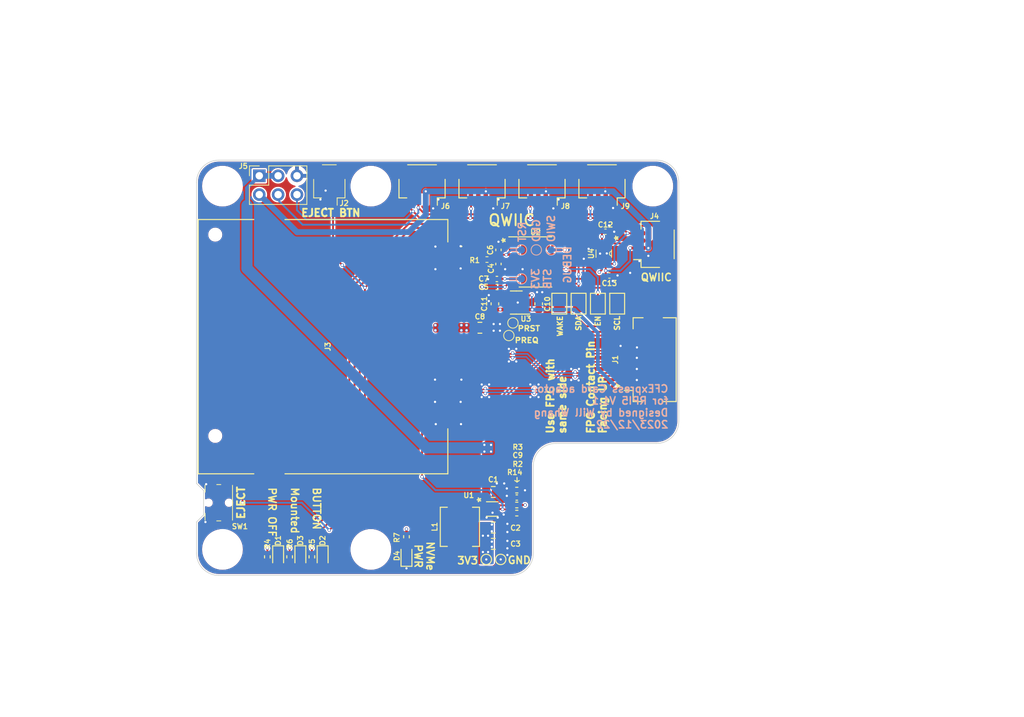
<source format=kicad_pcb>
(kicad_pcb (version 20211014) (generator pcbnew)
  (layers (0 "F.Cu" signal) (1 "In1.Cu" signal) (2 "In2.Cu" signal) (31 "B.Cu" signal) (34 "B.Paste" user) (35 "F.Paste" user) (36 "B.SilkS" user "B.Silkscreen") (37 "F.SilkS" user "F.Silkscreen") (38 "B.Mask" user) (39 "F.Mask" user) (44 "Edge.Cuts" user))
  (net 0 "")
  (net 1 "+5V")
  (net 2 "GND")
  (net 3 "+3V3")
  (net 4 "PCIe_INS")
  (net 5 "NRST")
  (net 6 "Net-(D1-Pad2)")
  (net 7 "Net-(D2-Pad2)")
  (net 8 "Net-(D3-Pad2)")
  (net 9 "Net-(L1-Pad1)")
  (net 10 "NVME_PWR")
  (net 11 "Net-(C9-Pad1)")
  (net 14 "SWIO")
  (net 23 "PCIe_RST")
  (net 24 "PCIe_CLK_REQ")
  (net 25 "PCIe_CLK_P")
  (net 26 "PCIe_CLK_N")
  (net 27 "PCIe_RX_P")
  (net 28 "PCIe_RX_N")
  (net 29 "PCIe_TX_P")
  (net 30 "PCIe_TX_N")
  (net 31 "Net-(D4-Pad2)")
  (net 33 "EJECT")
  (net 34 "Net-(D1-Pad1)")
  (net 35 "Net-(D2-Pad1)")
  (net 36 "Net-(D3-Pad1)")
  (net 38 "SDA")
  (net 39 "SCL")
  (net 40 "PCIE_PWR_EN")
  (net 41 "PCIE_DET_WAKE")
  (net 42 "+3V3_STB")
  (net 44 "+3V3_IN")
  (net 45 "Net-(J1-Pad13)")
  (net 46 "Net-(J1-Pad14)")
  (net 47 "SDA_IN")
  (net 48 "SCL_IN")
  (net 49 "Net-(J2-Pad1)")
  (footprint "LED_SMD:LED_0603_1608Metric" (layer "F.Cu") (at 14 53.5 -90)
    (fp_text reference "D3")
    (fp_text value "Yellow")
  )
  (footprint "Button_Switch_SMD:Panasonic_EVQPUM_EVQPUD" (layer "F.Cu") (at 3 46.2 90)
    (fp_text reference "SW1")
    (fp_text value "SW_Push")
  )
  (footprint "Resistor_SMD:R_0402_1005Metric" (layer "F.Cu") (at 39.15 13.4 180)
    (fp_text reference "R1")
    (fp_text value "4.7K")
  )
  (footprint "LED_SMD:LED_0603_1608Metric" (layer "F.Cu") (at 28.3 53.28875 90)
    (fp_text reference "D4")
    (fp_text value "Red")
  )
  (footprint "Connector_JST:JST_SH_SM04B-SRSS-TB_1x04-1MP_P1.00mm_Horizontal" (layer "F.Cu") (at 54.65 3.3 180)
    (fp_text reference "J9")
    (fp_text value "Conn_01x04_Shielded")
  )
  (footprint "LED_SMD:LED_0603_1608Metric" (layer "F.Cu") (at 11 53.5 -90)
    (fp_text reference "D1")
    (fp_text value "Red")
  )
  (footprint "LED_SMD:LED_0603_1608Metric" (layer "F.Cu") (at 17 53.5 -90)
    (fp_text reference "D2")
    (fp_text value "Blue")
  )
  (footprint "Resistor_SMD:R_0402_1005Metric" (layer "F.Cu") (at 43.1693 44.5)
    (fp_text reference "R3")
    (fp_text value "30K")
  )
  (footprint "Capacitor_SMD:C_0805_2012Metric" (layer "F.Cu") (at 38.2 22.6 180)
    (fp_text reference "C8")
    (fp_text value "22uF")
  )
  (footprint "Connector_JST:JST_SH_SM04B-SRSS-TB_1x04-1MP_P1.00mm_Horizontal" (layer "F.Cu") (at 30.4 3.3 180)
    (fp_text reference "J6")
    (fp_text value "Conn_01x04_Shielded")
  )
  (footprint "Resistor_SMD:R_0402_1005Metric" (layer "F.Cu") (at 28.3 50.78875 -90)
    (fp_text reference "R7")
    (fp_text value "470R")
  )
  (footprint "Jumper:SolderJumper-2_P1.3mm_Open_Pad1.0x1.5mm" (layer "F.Cu") (at 48.9 19.35 -90)
    (fp_text reference "JP2" hide)
    (fp_text value "SolderJumper_2_Open")
  )
  (footprint "Resistor_SMD:R_0402_1005Metric" (layer "F.Cu") (at 12.55 53.5 -90)
    (fp_text reference "R6")
    (fp_text value "470R")
  )
  (footprint "MountingHole:MountingHole_2.7mm_M2.5" (layer "F.Cu") (at 23.5 3.5)
    (fp_text reference "H2" hide)
    (fp_text value "MountingHole")
  )
  (footprint "TestPoint:TestPoint_Pad_D1.0mm" (layer "F.Cu") (at 42.65 21.95)
    (fp_text reference "TP6" hide)
    (fp_text value "TestPoint")
  )
  (footprint "Inductor_SMD:L_Vishay_IHLP-2020" (layer "F.Cu") (at 35.5 49.45 -90)
    (fp_text reference "L1")
    (fp_text value "1.5uH")
  )
  (footprint "Capacitor_SMD:C_0603_1608Metric" (layer "F.Cu") (at 40.22 19.37 90)
    (fp_text reference "C11")
    (fp_text value "4.7uF")
  )
  (footprint "Package_SO:TSSOP-20_4.4x6.5mm_P0.65mm" (layer "F.Cu") (at 45.6875 13.725)
    (fp_text reference "U2")
    (fp_text value "STM8S003F3P")
  )
  (footprint "Capacitor_SMD:C_0402_1005Metric" (layer "F.Cu") (at 43.1693 45.5)
    (fp_text reference "C9")
    (fp_text value "100pF")
  )
  (footprint "MountingHole:MountingHole_2.7mm_M2.5" (layer "F.Cu") (at 3.5 52.5)
    (fp_text reference "H5" hide)
    (fp_text value "MountingHole")
  )
  (footprint "Connector_JST:JST_SH_SM04B-SRSS-TB_1x04-1MP_P1.00mm_Horizontal" (layer "F.Cu") (at 38.483333 3.3 180)
    (fp_text reference "J7")
    (fp_text value "Conn_01x04_Shielded")
  )
  (footprint "Capacitor_SMD:C_0402_1005Metric" (layer "F.Cu") (at 40.7 12.1 90)
    (fp_text reference "C6")
    (fp_text value "100nF")
  )
  (footprint "TestPoint:TestPoint_Pad_D1.0mm" (layer "F.Cu") (at 41 53.85 180)
    (fp_text reference "TP1" hide)
    (fp_text value "TestPoint" hide)
  )
  (footprint "Capacitor_SMD:C_0805_2012Metric" (layer "F.Cu") (at 40 44.75)
    (fp_text reference "C1")
    (fp_text value "10uF")
  )
  (footprint "footprints:TCA9406DCUR" (layer "F.Cu") (at 54.9 12.6 -90)
    (fp_text reference "U4")
    (fp_text value "TCA9406DC" hide)
  )
  (footprint "Capacitor_SMD:C_0603_1608Metric" (layer "F.Cu") (at 46.12 19.37 -90)
    (fp_text reference "C10")
    (fp_text value "4.7uF")
  )
  (footprint "Capacitor_SMD:C_0402_1005Metric" (layer "F.Cu") (at 55.65 15.55)
    (fp_text reference "C13")
    (fp_text value "100nF")
  )
  (footprint "MountingHole:MountingHole_2.7mm_M2.5" (layer "F.Cu") (at 23.5 52.5)
    (fp_text reference "H4" hide)
    (fp_text value "MountingHole")
  )
  (footprint "footprints:8211011120030" (layer "F.Cu") (at 17.05 25.15 -90)
    (fp_text reference "J3")
    (fp_text value "821101-1120030" hide)
  )
  (footprint "MountingHole:MountingHole_2.7mm_M2.5" (layer "F.Cu") (at 3.5 3.5)
    (fp_text reference "H1" hide)
    (fp_text value "MountingHole")
  )
  (footprint "Jumper:SolderJumper-2_P1.3mm_Open_Pad1.0x1.5mm" (layer "F.Cu") (at 51.5 19.35 -90)
    (fp_text reference "JP4" hide)
    (fp_text value "SolderJumper_2_Open")
  )
  (footprint "Capacitor_SMD:C_0805_2012Metric" (layer "F.Cu") (at 40 51.75 180)
    (fp_text reference "C3")
    (fp_text value "22uF")
  )
  (footprint "Connector_JST:JST_SH_SM04B-SRSS-TB_1x04-1MP_P1.00mm_Horizontal" (layer "F.Cu") (at 46.566666 3.3 180)
    (fp_text reference "J8")
    (fp_text value "Conn_01x04_Shielded")
  )
  (footprint "Capacitor_SMD:C_0402_1005Metric" (layer "F.Cu") (at 40.4875 17.1 180)
    (fp_text reference "C5")
    (fp_text value "10nF")
  )
  (footprint "Connector_JST:JST_SH_SM02B-SRSS-TB_1x02-1MP_P1.00mm_Horizontal" (layer "F.Cu") (at 17.9 3.3 180)
    (fp_text reference "J2")
    (fp_text value "Conn_01x02_Shielded")
  )
  (footprint "Connector_JST:JST_SH_SM04B-SRSS-TB_1x04-1MP_P1.00mm_Horizontal" (layer "F.Cu") (at 61.7 11.35 90)
    (fp_text reference "J4")
    (fp_text value "Conn_01x04_Shielded")
  )
  (footprint "LOGO" (layer "F.Cu") (at 47.15 25.1)
    (fp_text reference "G***" hide)
    (fp_text value "LOGO" hide)
  )
  (footprint "Resistor_SMD:R_0402_1005Metric" (layer "F.Cu") (at 9.55 53.5 -90)
    (fp_text reference "R4")
    (fp_text value "470R")
  )
  (footprint "Resistor_SMD:R_0402_1005Metric" (layer "F.Cu") (at 43.1693 47.6 180)
    (fp_text reference "R14")
    (fp_text value "10K")
  )
  (footprint "Jumper:SolderJumper-2_P1.3mm_Open_Pad1.0x1.5mm" (layer "F.Cu") (at 56.7 19.35 -90)
    (fp_text reference "JP3" hide)
    (fp_text value "SolderJumper_2_Open")
  )
  (footprint "Capacitor_SMD:C_0805_2012Metric" (layer "F.Cu") (at 40 49.55)
    (fp_text reference "C2")
    (fp_text value "22uF")
  )
  (footprint "TestPoint:TestPoint_Pad_D1.0mm" (layer "F.Cu") (at 42.1 23.65)
    (fp_text reference "TP7" hide)
    (fp_text value "TestPoint")
  )
  (footprint "MountingHole:MountingHole_2.7mm_M2.5" (layer "F.Cu") (at 61.5 3.5)
    (fp_text reference "H3" hide)
    (fp_text value "MountingHole")
  )
  (footprint "Capacitor_SMD:C_0402_1005Metric" (layer "F.Cu") (at 40.4875 16.025 180)
    (fp_text reference "C7")
    (fp_text value "100nF")
  )
  (footprint "Capacitor_SMD:C_0402_1005Metric" (layer "F.Cu") (at 55.125 9.65)
    (fp_text reference "C12")
    (fp_text value "100nF")
  )
  (footprint "Package_TO_SOT_SMD:SOT-23-5" (layer "F.Cu") (at 43.1 19.2 180)
    (fp_text reference "U3")
    (fp_text value "LP5907MFX-3.3")
  )
  (footprint "Connector_FFC-FPC:Hirose_FH12-16S-0.5SH_1x16-1MP_P0.50mm_Horizontal" (layer "F.Cu") (at 60.15 26.9 90)
    (fp_text reference "J1")
    (fp_text value "Conn_01x16_Shielded")
  )
  (footprint "Resistor_SMD:R_0402_1005Metric" (layer "F.Cu") (at 15.55 53.5 -90)
    (fp_text reference "R5")
    (fp_text value "470R")
  )
  (footprint "Connector_PinSocket_2.54mm:PinSocket_2x03_P2.54mm_Vertical" (layer "F.Cu") (at 8.46 2.1 90)
    (fp_text reference "J5")
    (fp_text value "Conn_02x03_Odd_Even")
  )
  (footprint "Jumper:SolderJumper-2_P1.3mm_Open_Pad1.0x1.5mm" (layer "F.Cu") (at 54.1 19.35 -90)
    (fp_text reference "JP1" hide)
    (fp_text value "SolderJumper_2_Open")
  )
  (footprint "TestPoint:TestPoint_Pad_D1.0mm" (layer "F.Cu") (at 39.0593 53.85 180)
    (fp_text reference "TP_3V1" hide)
    (fp_text value "TestPoint" hide)
  )
  (footprint "Resistor_SMD:R_0402_1005Metric" (layer "F.Cu") (at 43.1693 46.5061 180)
    (fp_text reference "R2")
    (fp_text value "137K")
  )
  (footprint "footprint:TPS564242DRLR_TEX" (layer "F.Cu") (at 39.8593 47.05)
    (fp_text reference "U1")
    (fp_text value "TPS564242DRLR")
  )
  (footprint "Capacitor_SMD:C_0402_1005Metric" (layer "F.Cu") (at 40.7 14 -90)
    (fp_text reference "C4")
    (fp_text value "1nF")
  )
  (footprint "TestPoint:TestPoint_Pad_D1.0mm" (layer "B.Cu") (at 43.8 16 180)
    (fp_text reference "TP2" hide)
    (fp_text value "TestPoint")
  )
  (footprint "LOGO" (layer "B.Cu") (at 37.913144 25.2 180)
    (fp_text reference "G***" hide)
    (fp_text value "LOGO" hide)
  )
  (footprint "TestPoint:TestPoint_Pad_D1.0mm" (layer "B.Cu") (at 47.8 12.1 180)
    (fp_text reference "TP3" hide)
    (fp_text value "TestPoint")
  )
  (footprint "TestPoint:TestPoint_Pad_D1.0mm" (layer "B.Cu") (at 43.8 12.1 180)
    (fp_text reference "TP4" hide)
    (fp_text value "TestPoint" hide)
  )
  (footprint "TestPoint:TestPoint_Pad_D1.0mm" (layer "B.Cu") (at 45.8 12.1 180)
    (fp_text reference "TP5" hide)
    (fp_text value "TestPoint")
  )
  (gr_line (start 43.2 43.4) (end 43.5 43.2) (layer "F.SilkS") (width 0.15))
  (gr_line (start 43.2 43.4) (end 42.9 43.2) (layer "F.SilkS") (width 0.15))
  (gr_poly (pts (xy 57.05 30.45) (xy 56.6 30.75) (xy 56.6 30.15)) (layer "F.SilkS") (width 0.15) (fill solid))
  (gr_line (start 43.2 42.8) (end 43.2 43.4) (layer "F.SilkS") (width 0.15))
  (gr_line (start 0 43.6) (end 0 3) (layer "Edge.Cuts") (width 0.1))
  (gr_line (start 62 0) (end 3 0) (layer "Edge.Cuts") (width 0.1))
  (gr_line (start 0.95 47.85) (end 0.95 44.55) (layer "Edge.Cuts") (width 0.1))
  (gr_arc (start 45.4 41.2) (mid 46.27868 39.07868) (end 48.4 38.2) (layer "Edge.Cuts") (width 0.1))
  (gr_arc (start 0 3) (mid 0.87868 0.87868) (end 3 0) (layer "Edge.Cuts") (width 0.1))
  (gr_line (start 0 48.8) (end 0 53) (layer "Edge.Cuts") (width 0.1))
  (gr_line (start 45.4 41.2) (end 45.4 53) (layer "Edge.Cuts") (width 0.1))
  (gr_line (start 65 3) (end 65 35.2) (layer "Edge.Cuts") (width 0.1))
  (gr_line (start 0 43.6) (end 0.95 44.55) (layer "Edge.Cuts") (width 0.1))
  (gr_arc (start 62 0) (mid 64.12132 0.87868) (end 65 3) (layer "Edge.Cuts") (width 0.1))
  (gr_line (start 0.95 47.85) (end 0 48.8) (layer "Edge.Cuts") (width 0.1))
  (gr_line (start 48.4 38.2) (end 62 38.2) (layer "Edge.Cuts") (width 0.1))
  (gr_arc (start 3 56) (mid 0.87868 55.12132) (end 0 53) (layer "Edge.Cuts") (width 0.1))
  (gr_arc (start 45.4 53) (mid 44.52132 55.12132) (end 42.4 56) (layer "Edge.Cuts") (width 0.1))
  (gr_arc (start 65 35.2) (mid 64.12132 37.32132) (end 62 38.2) (layer "Edge.Cuts") (width 0.1))
  (gr_line (start 42.4 56) (end 3 56) (layer "Edge.Cuts") (width 0.1))
  (gr_text "GND" (at 45.8 9.5 90) (layer "B.SilkS") (effects (font (size 1 1) (thickness 0.2)) (justify mirror)))
  (gr_text "CFExpress Card adaptor \nfor RPI5 V1.1\nDesigned by Will Whang\n2023/12/22" (at 63.7 33.25) (layer "B.SilkS") (effects (font (size 1 1) (thickness 0.2)) (justify left mirror)))
  (gr_text "SWIO" (at 47.8 9.214285 90) (layer "B.SilkS") (effects (font (size 1 1) (thickness 0.2)) (justify mirror)))
  (gr_text "DEBUG" (at 50 14.1 90) (layer "B.SilkS") (effects (font (size 1 1) (thickness 0.2)) (justify mirror)))
  (gr_text "RST" (at 43.9 9.666666 90) (layer "B.SilkS") (effects (font (size 1 1) (thickness 0.2)) (justify mirror)))
  (gr_text "3V3\nSTB" (at 46.5 16 90) (layer "B.SilkS") (effects (font (size 1 1) (thickness 0.2)) (justify mirror)))
  (gr_text "FPC Contact Pin\nFacing UP" (at 53.95 37 90) (layer "F.SilkS") (effects (font (size 1 1) (thickness 0.25)) (justify left)))
  (gr_text "SDA" (at 51.5 22 90) (layer "F.SilkS") (effects (font (size 0.7 0.7) (thickness 0.175))))
  (gr_text "SCL" (at 56.7 21.983333 90) (layer "F.SilkS") (effects (font (size 0.7 0.7) (thickness 0.175))))
  (gr_text "Mounted" (at 13.25 47.25 270) (layer "F.SilkS") (effects (font (size 1 1) (thickness 0.2))))
  (gr_text "QWIIC" (at 61.975 15.8) (layer "F.SilkS") (effects (font (size 1 1) (thickness 0.2))))
  (gr_text "NVMe\nPWR" (at 30.7 53.4 270) (layer "F.SilkS") (effects (font (size 1 1) (thickness 0.2))))
  (gr_text "BUTTON" (at 16.2 46.988095 270) (layer "F.SilkS") (effects (font (size 1 1) (thickness 0.2))))
  (gr_text "*" (at 38.4 45.8 90) (layer "F.SilkS") (effects (font (size 1 1) (thickness 0.2))))
  (gr_text "EN" (at 54.1 21.7 90) (layer "F.SilkS") (effects (font (size 0.7 0.7) (thickness 0.175))))
  (gr_text "WAKE" (at 49 22.383333 90) (layer "F.SilkS") (effects (font (size 0.7 0.7) (thickness 0.175))))
  (gr_text "PRST" (at 44.8 22.7) (layer "F.SilkS") (effects (font (size 0.7 0.8) (thickness 0.175))))
  (gr_text "QWIIC" (at 42.475 8.1) (layer "F.SilkS") (effects (font (size 1.5 1.5) (thickness 0.25))))
  (gr_text "GND" (at 43.5 53.95) (layer "F.SilkS") (effects (font (size 1 1) (thickness 0.2))))
  (gr_text "PWR OFF" (at 10.2 47.488095 270) (layer "F.SilkS") (effects (font (size 1 1) (thickness 0.2))))
  (gr_text "PREQ" (at 44.5 24.3) (layer "F.SilkS") (effects (font (size 0.7 0.8) (thickness 0.175))))
  (gr_text "*" (at 56.9 10.5 90) (layer "F.SilkS") (effects (font (size 1 1) (thickness 0.2))))
  (gr_text "3V3" (at 36.55 54) (layer "F.SilkS") (effects (font (size 1 1) (thickness 0.2))))
  (gr_text "EJECT" (at 6 46.2 90) (layer "F.SilkS") (effects (font (size 1 1) (thickness 0.25))))
  (gr_text "EJECT BTN" (at 18.1 7.1) (layer "F.SilkS") (effects (font (size 1 1) (thickness 0.25))))
  (gr_text "Use FPC with\nsame side  " (at 48.5 37 90) (layer "F.SilkS") (effects (font (size 1 1) (thickness 0.25)) (justify left)))
  (gr_text "*" (at 41.7 10.8 90) (layer "F.SilkS") (effects (font (size 1 1) (thickness 0.2))))
  (segment (start 44.2375 20.15) (end 46.115 20.15) (width 0.5) (layer "F.Cu") (net 1))
  (segment (start 45.15 18.25) (end 45.2 18.2) (width 0.2) (layer "F.Cu") (net 1))
  (segment (start 46.115 20.15) (end 46.12 20.145) (width 0.5) (layer "F.Cu") (net 1))
  (segment (start 44.2375 18.25) (end 45.15 18.25) (width 0.2) (layer "F.Cu") (net 1))
  (via (at 56.5 30.5) (size 0.45) (drill 0.3) (layers "F.Cu" "B.Cu") (net 1))
  (via (at 39.7 39.3) (size 0.45) (drill 0.3) (layers "F.Cu" "B.Cu") (net 1))
  (via (at 38.8 38.4) (size 0.45) (drill 0.3) (layers "F.Cu" "B.Cu") (net 1))
  (via (at 38.8 39.3) (size 0.45) (drill 0.3) (layers "F.Cu" "B.Cu") (net 1))
  (via (at 45.2 18.2) (size 0.45) (drill 0.3) (layers "F.Cu" "B.Cu") (net 1))
  (via (at 45.25 20.15) (size 0.45) (drill 0.3) (layers "F.Cu" "B.Cu") (net 1))
  (via (at 39.7 38.4) (size 0.45) (drill 0.3) (layers "F.Cu" "B.Cu") (net 1))
  (segment (start 6.8 6.1) (end 6.8 3.76) (width 0.5) (layer "B.Cu") (net 1))
  (segment (start 54.1 23.3) (end 54.1 28.1) (width 0.5) (layer "B.Cu") (net 1))
  (segment (start 45.2 20.1) (end 45.25 20.15) (width 0.2) (layer "B.Cu") (net 1))
  (segment (start 6.8 6.1) (end 6.8 14.6) (width 1.5) (layer "B.Cu") (net 1))
  (segment (start 45.2 18.2) (end 45.2 20.1) (width 0.2) (layer "B.Cu") (net 1))
  (segment (start 50.95 20.15) (end 54.1 23.3) (width 0.5) (layer "B.Cu") (net 1))
  (segment (start 54.1 28.1) (end 56.5 30.5) (width 0.5) (layer "B.Cu") (net 1))
  (segment (start 6.8 14.6) (end 31 38.8) (width 1.5) (layer "B.Cu") (net 1))
  (segment (start 45.25 20.15) (end 50.95 20.15) (width 0.5) (layer "B.Cu") (net 1))
  (segment (start 11 2.1) (end 8.46 2.1) (width 0.8) (layer "B.Cu") (net 1))
  (segment (start 6.8 3.76) (end 8.46 2.1) (width 0.5) (layer "B.Cu") (net 1))
  (segment (start 31 38.8) (end 39 38.8) (width 1.5) (layer "B.Cu") (net 1))
  (via (at 43.1 25.45) (size 0.45) (drill 0.3) (layers "F.Cu" "B.Cu") (net 2))
  (via (at 39.4 18.2) (size 0.45) (drill 0.3) (layers "F.Cu" "B.Cu") (net 2))
  (via (at 52.85 11.95) (size 0.45) (drill 0.3) (layers "F.Cu" "B.Cu") (net 2))
  (via (at 41.825 44.275) (size 0.45) (drill 0.3) (layers "F.Cu" "B.Cu") (net 2))
  (via (at 32.25 35.6) (size 0.45) (drill 0.3) (layers "F.Cu" "B.Cu") (net 2))
  (via (at 41.9 49.05) (size 0.45) (drill 0.3) (layers "F.Cu" "B.Cu") (net 2))
  (via (at 39.441686 30.25) (size 0.45) (drill 0.3) (layers "F.Cu" "B.Cu") (net 2))
  (via (at 35.6 32.6) (size 0.45) (drill 0.3) (layers "F.Cu" "B.Cu") (net 2))
  (via (at 48.1 6.5) (size 0.45) (drill 0.3) (layers "F.Cu" "B.Cu") (net 2))
  (via (at 38.441686 31.95) (size 0.45) (drill 0.3) (layers "F.Cu" "B.Cu") (net 2))
  (via (at 43.1 27.15) (size 0.45) (drill 0.3) (layers "F.Cu" "B.Cu") (net 2))
  (via (at 56.1 16.3) (size 0.45) (drill 0.3) (layers "F.Cu" "B.Cu") (net 2))
  (via (at 40.9 22.1) (size 0.45) (drill 0.3) (layers "F.Cu" "B.Cu") (net 2))
  (via (at 35.7 29.6) (size 0.45) (drill 0.3) (layers "F.Cu" "B.Cu") (net 2))
  (via (at 59.35 26.66) (size 0.45) (drill 0.3) (layers "F.Cu" "B.Cu") (net 2))
  (via (at 52.2 13.3) (size 0.45) (drill 0.3) (layers "F.Cu" "B.Cu") (net 2))
  (via (at 56.15 6.45) (size 0.45) (drill 0.3) (layers "F.Cu" "B.Cu") (net 2))
  (via (at 41.825 45.275) (size 0.45) (drill 0.3) (layers "F.Cu" "B.Cu") (net 2))
  (via (at 43.95 14.7) (size 0.45) (drill 0.3) (layers "F.Cu" "B.Cu") (net 2))
  (via (at 35.6 11.6) (size 0.45) (drill 0.3) (layers "F.Cu" "B.Cu") (net 2))
  (via (at 60.9 12.9) (size 0.45) (drill 0.3) (layers "F.Cu" "B.Cu") (net 2))
  (via (at 40 6.5) (size 0.45) (drill 0.3) (layers "F.Cu" "B.Cu") (net 2))
  (via (at 39.4 19) (size 0.45) (drill 0.3) (layers "F.Cu" "B.Cu") (net 2))
  (via (at 39.3 16.05) (size 0.45) (drill 0.3) (layers "F.Cu" "B.Cu") (net 2))
  (via (at 46.6 17.8) (size 0.45) (drill 0.3) (layers "F.Cu" "B.Cu") (net 2))
  (via (at 43.3 19.2) (size 0.45) (drill 0.3) (layers "F.Cu" "B.Cu") (net 2))
  (via (at 39.9 47.55) (size 0.45) (drill 0.3) (layers "F.Cu" "B.Cu") (net 2))
  (via (at 31.9 6.5) (size 0.45) (drill 0.3) (layers "F.Cu" "B.Cu") (net 2))
  (via (at 59.35 28.16) (size 0.45) (drill 0.3) (layers "F.Cu" "B.Cu") (net 2))
  (via (at 40.6 48.2) (size 0.45) (drill 0.3) (layers "F.Cu" "B.Cu") (net 2))
  (via (at 32.2 14.7) (size 0.45) (drill 0.3) (layers "F.Cu" "B.Cu") (net 2))
  (via (at 54.4 12.6) (size 0.45) (drill 0.3) (layers "F.Cu" "B.Cu") (net 2))
  (via (at 50.5 28.15) (size 0.45) (drill 0.3) (layers "F.Cu" "B.Cu") (net 2))
  (via (at 57.16 25.05) (size 0.45) (drill 0.3) (layers "F.Cu" "B.Cu") (net 2))
  (via (at 41.9 50.15) (size 0.45) (drill 0.3) (layers "F.Cu" "B.Cu") (net 2))
  (via (at 28.3 55.05125) (size 0.45) (drill 0.3) (layers "F.Cu" "B.Cu") (net 2))
  (via (at 32.6 5.3) (size 0.45) (drill 0.3) (layers "F.Cu" "B.Cu") (net 2))
  (via (at 45 31.95) (size 0.45) (drill 0.3) (layers "F.Cu" "B.Cu") (net 2))
  (via (at 56.3 9.65) (size 0.45) (drill 0.3) (layers "F.Cu" "B.Cu") (net 2))
  (via (at 39.441686 31.95) (size 0.45) (drill 0.3) (layers "F.Cu" "B.Cu") (net 2))
  (via (at 35.6 14.6) (size 0.45) (drill 0.3) (layers "F.Cu" "B.Cu") (net 2))
  (via (at 40.475 43.6) (size 0.45) (drill 0.3) (layers "F.Cu" "B.Cu") (net 2))
  (via (at 40.05 22.1) (size 0.45) (drill 0.3) (layers "F.Cu" "B.Cu") (net 2))
  (via (at 56.75 15.55) (size 0.45) (drill 0.3) (layers "F.Cu" "B.Cu") (net 2))
  (via (at 39.1 48.2) (size 0.45) (drill 0.3) (layers "F.Cu" "B.Cu") (net 2))
  (via (at 40.7 11) (size 0.45) (drill 0.3) (layers "F.Cu" "B.Cu") (net 2))
  (via (at 50.5 29.65) (size 0.45) (drill 0.3) (layers "F.Cu" "B.Cu") (net 2))
  (via (at 40.05 23) (size 0.45) (drill 0.3) (layers "F.Cu" "B.Cu") (net 2))
  (via (at 40.9 23) (size 0.45) (drill 0.3) (layers "F.Cu" "B.Cu") (net 2))
  (via (at 41.9 52.35) (size 0.45) (drill 0.3) (layers "F.Cu" "B.Cu") (net 2))
  (via (at 55.3 12.575) (size 0.45) (drill 0.3) (layers "F.Cu" "B.Cu") (net 2))
  (via (at 51.5 29.7) (size 0.45) (drill 0.3) (layers "F.Cu" "B.Cu") (net 2))
  (via (at 42.1 27.15) (size 0.45) (drill 0.3) (layers "F.Cu" "B.Cu") (net 2))
  (via (at 40.7 5.3) (size 0.45) (drill 0.3) (layers "F.Cu" "B.Cu") (net 2))
  (via (at 38.441686 30.25) (size 0.45) (drill 0.3) (layers "F.Cu" "B.Cu") (net 2))
  (via (at 58.45 15.2) (size 0.45) (drill 0.3) (layers "F.Cu" "B.Cu") (net 2))
  (via (at 1.2 48.8) (size 0.45) (drill 0.3) (layers "F.Cu" "B.Cu") (net 2))
  (via (at 59.365 25.255) (size 0.45) (drill 0.3) (layers "F.Cu" "B.Cu") (net 2))
  (via (at 59.35 29.65) (size 0.45) (drill 0.3) (layers "F.Cu" "B.Cu") (net 2))
  (via (at 41 53.85) (size 0.45) (drill 0.3) (layers "F.Cu" "B.Cu") (net 2))
  (via (at 59.7 13.6) (size 0.45) (drill 0.3) (layers "F.Cu" "B.Cu") (net 2))
  (via (at 1.3 43.7) (size 0.45) (drill 0.3) (layers "F.Cu" "B.Cu") (net 2))
  (via (at 35.65 35.6) (size 0.45) (drill 0.3) (layers "F.Cu" "B.Cu") (net 2))
  (via (at 41.6 14.7) (size 0.45) (drill 0.3) (layers "F.Cu" "B.Cu") (net 2))
  (via (at 41.9 51.35) (size 0.45) (drill 0.3) (layers "F.Cu" "B.Cu") (net 2))
  (via (at 51.55 28.15) (size 0.45) (drill 0.3) (layers "F.Cu" "B.Cu") (net 2))
  (via (at 46.1 30.25) (size 0.45) (drill 0.3) (layers "F.Cu" "B.Cu") (net 2))
  (via (at 46.1 31.95) (size 0.45) (drill 0.3) (layers "F.Cu" "B.Cu") (net 2))
  (via (at 41.9 53.25) (size 0.45) (drill 0.3) (layers "F.Cu" "B.Cu") (net 2))
  (via (at 32.15 29.6) (size 0.45) (drill 0.3) (layers "F.Cu" "B.Cu") (net 2))
  (via (at 45.9 17.8) (size 0.45) (drill 0.3) (layers "F.Cu" "B.Cu") (net 2))
  (via (at 41.475 43.6) (size 0.45) (drill 0.3) (layers "F.Cu" "B.Cu") (net 2))
  (via (at 45 30.25) (size 0.45) (drill 0.3) (layers "F.Cu" "B.Cu") (net 2))
  (via (at 48.8 5.3) (size 0.45) (drill 0.3) (layers "F.Cu" "B.Cu") (net 2))
  (via (at 17.4 4.1) (size 0.45) (drill 0.3) (layers "F.Cu" "B.Cu") (net 2))
  (via (at 44.275 44.525) (size 0.45) (drill 0.3) (layers "F.Cu" "B.Cu") (net 2))
  (via (at 17.4 6.5) (size 0.45) (drill 0.3) (layers "F.Cu" "B.Cu") (net 2))
  (via (at 55.6 8.8) (size 0.45) (drill 0.3) (layers "F.Cu" "B.Cu") (net 2))
  (via (at 32.15 32.6) (size 0.45) (drill 0.3) (layers "F.Cu" "B.Cu") (net 2))
  (via (at 16.7 5.3) (size 0.45) (drill 0.3) (layers "F.Cu" "B.Cu") (net 2))
  (via (at 41.4 47.8) (size 0.45) (drill 0.3) (layers "F.Cu" "B.Cu") (net 2))
  (via (at 32.2 11.65) (size 0.45) (drill 0.3) (layers "F.Cu" "B.Cu") (net 2))
  (via (at 42.1 25.45) (size 0.45) (drill 0.3) (layers "F.Cu" "B.Cu") (net 2))
  (segment (start 43.6493 46.4761) (end 43.6793 46.5061) (width 0.25) (layer "F.Cu") (net 3))
  (segment (start 28.3 50.27875) (end 28.3 49.75125) (width 0.2) (layer "F.Cu") (net 3))
  (segment (start 43.6493 45.5) (end 43.6493 46.4761) (width 0.25) (layer "F.Cu") (net 3))
  (segment (start 43.6793 46.5061) (end 44.2939 46.5061) (width 0.25) (layer "F.Cu") (net 3))
  (via (at 28.3 49.75125) (size 0.45) (drill 0.3) (layers "F.Cu" "B.Cu") (net 3))
  (via (at 38.6 50.65) (size 0.45) (drill 0.3) (layers "F.Cu" "B.Cu") (net 3))
  (via (at 39.8 51.45) (size 0.45) (drill 0.3) (layers "F.Cu" "B.Cu") (net 3))
  (via (at 38.6 52.85) (size 0.45) (drill 0.3) (layers "F.Cu" "B.Cu") (net 3))
  (via (at 44.2939 46.5061) (size 0.45) (drill 0.3) (layers "F.Cu" "B.Cu") (net 3))
  (via (at 32.2 22.95) (size 0.45) (drill 0.3) (layers "F.Cu" "B.Cu") (net 3))
  (via (at 39.3 50.65) (size 0.45) (drill 0.3) (layers "F.Cu" "B.Cu") (net 3))
  (via (at 36.4 22.25) (size 0.45) (drill 0.3) (layers "F.Cu" "B.Cu") (net 3))
  (via (at 39.8 52.15) (size 0.45) (drill 0.3) (layers "F.Cu" "B.Cu") (net 3))
  (via (at 35.7 22.95) (size 0.45) (drill 0.3) (layers "F.Cu" "B.Cu") (net 3))
  (via (at 32.2 22.25) (size 0.45) (drill 0.3) (layers "F.Cu" "B.Cu") (net 3))
  (via (at 39.0593 53.85) (size 0.45) (drill 0.3) (layers "F.Cu" "B.Cu") (net 3))
  (via (at 35.7 22.25) (size 0.45) (drill 0.3) (layers "F.Cu" "B.Cu") (net 3))
  (via (at 39.8 49.15) (size 0.45) (drill 0.3) (layers "F.Cu" "B.Cu") (net 3))
  (via (at 36.4 22.95) (size 0.45) (drill 0.3) (layers "F.Cu" "B.Cu") (net 3))
  (via (at 39.8 50.05) (size 0.45) (drill 0.3) (layers "F.Cu" "B.Cu") (net 3))
  (via (at 39.3 52.85) (size 0.45) (drill 0.3) (layers "F.Cu" "B.Cu") (net 3))
  (segment (start 38.25 17.1) (end 36.05 19.3) (width 0.25) (layer "F.Cu") (net 4))
  (segment (start 31 24.25) (end 31.575 24.825) (width 0.25) (layer "F.Cu") (net 4))
  (segment (start 31.85 19.3) (end 31 20.15) (width 0.25) (layer "F.Cu") (net 4))
  (segment (start 42.825 16.65) (end 42 16.65) (width 0.25) (layer "F.Cu") (net 4))
  (segment (start 36.05 19.3) (end 31.85 19.3) (width 0.25) (layer "F.Cu") (net 4))
  (segment (start 31 20.15) (end 31 24.25) (width 0.25) (layer "F.Cu") (net 4))
  (segment (start 42 16.65) (end 41.55 17.1) (width 0.25) (layer "F.Cu") (net 4))
  (segment (start 41.55 17.1) (end 40.9675 17.1) (width 0.25) (layer "F.Cu") (net 4))
  (segment (start 38.5 17.1) (end 38.25 17.1) (width 0.25) (layer "F.Cu") (net 4))
  (segment (start 31.575 24.825) (end 33.925 24.825) (width 0.25) (layer "F.Cu") (net 4))
  (via (at 38.5 17.1) (size 0.45) (drill 0.3) (layers "F.Cu" "B.Cu") (net 4))
  (via (at 41.55 17.1) (size 0.45) (drill 0.3) (layers "F.Cu" "B.Cu") (net 4))
  (segment (start 38.5 17.1) (end 41.55 17.1) (width 0.25) (layer "B.Cu") (net 4))
  (segment (start 42.825 12.75) (end 41.75 12.75) (width 0.25) (layer "F.Cu") (net 5))
  (segment (start 40.87 12.75) (end 40.7 12.58) (width 0.25) (layer "F.Cu") (net 5))
  (segment (start 42.825 12.75) (end 40.87 12.75) (width 0.25) (layer "F.Cu") (net 5))
  (via (at 41.75 12.75) (size 0.45) (drill 0.3) (layers "F.Cu" "B.Cu") (net 5))
  (segment (start 41.75 12.75) (end 42.4 12.1) (width 0.25) (layer "B.Cu") (net 5))
  (segment (start 42.4 12.1) (end 43.8 12.1) (width 0.25) (layer "B.Cu") (net 5))
  (segment (start 11 54.2875) (end 9.8275 54.2875) (width 0.25) (layer "F.Cu") (net 6))
  (segment (start 9.8275 54.2875) (end 9.55 54.01) (width 0.25) (layer "F.Cu") (net 6))
  (segment (start 17 54.2875) (end 15.8275 54.2875) (width 0.25) (layer "F.Cu") (net 7))
  (segment (start 15.8275 54.2875) (end 15.55 54.01) (width 0.25) (layer "F.Cu") (net 7))
  (segment (start 12.8275 54.2875) (end 12.55 54.01) (width 0.25) (layer "F.Cu") (net 8))
  (segment (start 14 54.2875) (end 12.8275 54.2875) (width 0.25) (layer "F.Cu") (net 8))
  (segment (start 42.1593 47.1) (end 42.6593 47.6) (width 0.25) (layer "F.Cu") (net 10))
  (segment (start 35.6 18.8) (end 31.5 18.8) (width 0.25) (layer "F.Cu") (net 10))
  (segment (start 41.25 47.1) (end 42.1593 47.1) (width 0.25) (layer "F.Cu") (net 10))
  (segment (start 41.2 47.05) (end 41.25 47.1) (width 0.25) (layer "F.Cu") (net 10))
  (segment (start 30.4 19.9) (end 30.4 42.7) (width 0.25) (layer "F.Cu") (net 10))
  (segment (start 39.05 15.35) (end 35.6 18.8) (width 0.25) (layer "F.Cu") (net 10))
  (segment (start 40.6086 47.05) (end 41.2 47.05) (width 0.25) (layer "F.Cu") (net 10))
  (segment (start 42.825 15.35) (end 39.05 15.35) (width 0.25) (layer "F.Cu") (net 10))
  (segment (start 31.5 18.8) (end 30.4 19.9) (width 0.25) (layer "F.Cu") (net 10))
  (via (at 30.4 42.7) (size 0.45) (drill 0.3) (layers "F.Cu" "B.Cu") (net 10))
  (via (at 41.25 47.1) (size 0.45) (drill 0.3) (layers "F.Cu" "B.Cu") (net 10))
  (segment (start 30.4 42.7) (end 32.2 44.5) (width 0.25) (layer "B.Cu") (net 10))
  (segment (start 39.4 44.5) (end 41.25 46.35) (width 0.25) (layer "B.Cu") (net 10))
  (segment (start 41.25 46.35) (end 41.25 47.1) (width 0.25) (layer "B.Cu") (net 10))
  (segment (start 32.2 44.5) (end 39.4 44.5) (width 0.25) (layer "B.Cu") (net 10))
  (segment (start 42.6593 44.5) (end 42.6593 46.5061) (width 0.25) (layer "F.Cu") (net 11))
  (segment (start 42.615526 46.549874) (end 42.6593 46.5061) (width 0.25) (layer "F.Cu") (net 11))
  (segment (start 40.6086 46.549874) (end 42.615526 46.549874) (width 0.25) (layer "F.Cu") (net 11))
  (segment (start 49.65 12.1) (end 48.55 12.1) (width 0.25) (layer "F.Cu") (net 14))
  (via (at 49.65 12.1) (size 0.45) (drill 0.3) (layers "F.Cu" "B.Cu") (net 14))
  (segment (start 49.65 12.1) (end 47.8 12.1) (width 0.25) (layer "B.Cu") (net 14))
  (segment (start 43.75 23.15) (end 42.025 21.425) (width 0.25) (layer "F.Cu") (net 23))
  (segment (start 42.025 21.425) (end 33.925 21.425) (width 0.25) (layer "F.Cu") (net 23))
  (segment (start 58.3 23.15) (end 43.75 23.15) (width 0.25) (layer "F.Cu") (net 23))
  (segment (start 34.1 23.65) (end 58.3 23.65) (width 0.25) (layer "F.Cu") (net 24))
  (segment (start 33.925 23.825) (end 34.1 23.65) (width 0.25) (layer "F.Cu") (net 24))
  (segment (start 33.925 25.825) (end 35.800001 25.825) (width 0.2) (layer "F.Cu") (net 25))
  (segment (start 51.17 28.7) (end 51.045 28.575) (width 0.2) (layer "F.Cu") (net 25))
  (segment (start 58.3 28.65) (end 57.324999 28.65) (width 0.2) (layer "F.Cu") (net 25))
  (segment (start 57.274999 28.7) (end 51.17 28.7) (width 0.2) (layer "F.Cu") (net 25))
  (segment (start 36.100001 26.125) (end 42.475 26.125) (width 0.2) (layer "F.Cu") (net 25))
  (segment (start 35.800001 25.825) (end 36.100001 26.125) (width 0.2) (layer "F.Cu") (net 25))
  (segment (start 42.475 26.125) (end 42.6 26) (width 0.2) (layer "F.Cu") (net 25))
  (segment (start 57.324999 28.65) (end 57.274999 28.7) (width 0.2) (layer "F.Cu") (net 25))
  (via (at 42.6 26) (size 0.45) (drill 0.3) (layers "F.Cu" "B.Cu") (net 25))
  (via (at 51.045 28.575) (size 0.45) (drill 0.3) (layers "F.Cu" "B.Cu") (net 25))
  (segment (start 51.045 28.575) (end 50.92 28.7) (width 0.2) (layer "B.Cu") (net 25))
  (segment (start 42.725 26.125) (end 42.6 26) (width 0.2) (layer "B.Cu") (net 25))
  (segment (start 44.611846 26.125) (end 42.725 26.125) (width 0.2) (layer "B.Cu") (net 25))
  (segment (start 50.92 28.7) (end 47.186846 28.7) (width 0.2) (layer "B.Cu") (net 25))
  (segment (start 47.186846 28.7) (end 44.611846 26.125) (width 0.2) (layer "B.Cu") (net 25))
  (segment (start 51.17 29.1) (end 51.045 29.225) (width 0.2) (layer "F.Cu") (net 26))
  (segment (start 57.324999 29.15) (end 57.274999 29.1) (width 0.2) (layer "F.Cu") (net 26))
  (segment (start 57.274999 29.1) (end 51.17 29.1) (width 0.2) (layer "F.Cu") (net 26))
  (segment (start 36.100001 26.525) (end 42.475 26.525) (width 0.2) (layer "F.Cu") (net 26))
  (segment (start 58.3 29.15) (end 57.324999 29.15) (width 0.2) (layer "F.Cu") (net 26))
  (segment (start 33.925 26.825) (end 35.800001 26.825) (width 0.2) (layer "F.Cu") (net 26))
  (segment (start 42.475 26.525) (end 42.6 26.65) (width 0.2) (layer "F.Cu") (net 26))
  (segment (start 35.800001 26.825) (end 36.100001 26.525) (width 0.2) (layer "F.Cu") (net 26))
  (via (at 51.045 29.225) (size 0.45) (drill 0.3) (layers "F.Cu" "B.Cu") (net 26))
  (via (at 42.6 26.65) (size 0.45) (drill 0.3) (layers "F.Cu" "B.Cu") (net 26))
  (segment (start 47.021158 29.1) (end 44.446158 26.525) (width 0.2) (layer "B.Cu") (net 26))
  (segment (start 51.045 29.225) (end 50.92 29.1) (width 0.2) (layer "B.Cu") (net 26))
  (segment (start 44.446158 26.525) (end 42.725 26.525) (width 0.2) (layer "B.Cu") (net 26))
  (segment (start 50.92 29.1) (end 47.021158 29.1) (width 0.2) (layer "B.Cu") (net 26))
  (segment (start 42.725 26.525) (end 42.6 26.65) (width 0.2) (layer "B.Cu") (net 26))
  (segment (start 33.925 30.625) (end 35.800001 30.625) (width 0.2) (layer "F.Cu") (net 27))
  (segment (start 57.274999 27.2) (end 50.022156 27.2) (width 0.2) (layer "F.Cu") (net 27))
  (segment (start 38.8 30.925) (end 38.925 30.8) (width 0.2) (layer "F.Cu") (net 27))
  (segment (start 35.800001 30.625) (end 36.100001 30.925) (width 0.2) (layer "F.Cu") (net 27))
  (segment (start 45.654128 30.925) (end 45.529128 30.8) (width 0.2) (layer "F.Cu") (net 27))
  (segment (start 50.022156 27.2) (end 46.297156 30.925) (width 0.2) (layer "F.Cu") (net 27))
  (segment (start 36.100001 30.925) (end 38.8 30.925) (width 0.2) (layer "F.Cu") (net 27))
  (segment (start 46.297156 30.925) (end 45.654128 30.925) (width 0.2) (layer "F.Cu") (net 27))
  (segment (start 57.324999 27.15) (end 57.274999 27.2) (width 0.2) (layer "F.Cu") (net 27))
  (segment (start 58.3 27.15) (end 57.324999 27.15) (width 0.2) (layer "F.Cu") (net 27))
  (via (at 45.529128 30.8) (size 0.45) (drill 0.3) (layers "F.Cu" "B.Cu") (net 27))
  (via (at 38.925 30.8) (size 0.45) (drill 0.3) (layers "F.Cu" "B.Cu") (net 27))
  (segment (start 39.05 30.925) (end 45.404128 30.925) (width 0.2) (layer "B.Cu") (net 27))
  (segment (start 38.925 30.8) (end 39.05 30.925) (width 0.2) (layer "B.Cu") (net 27))
  (segment (start 45.404128 30.925) (end 45.529128 30.8) (width 0.2) (layer "B.Cu") (net 27))
  (segment (start 58.3 27.65) (end 57.324999 27.65) (width 0.2) (layer "F.Cu") (net 28))
  (segment (start 50.187844 27.6) (end 46.462844 31.325) (width 0.2) (layer "F.Cu") (net 28))
  (segment (start 35.800001 31.625) (end 36.100001 31.325) (width 0.2) (layer "F.Cu") (net 28))
  (segment (start 33.925 31.625) (end 35.800001 31.625) (width 0.2) (layer "F.Cu") (net 28))
  (segment (start 57.324999 27.65) (end 57.274999 27.6) (width 0.2) (layer "F.Cu") (net 28))
  (segment (start 57.274999 27.6) (end 50.187844 27.6) (width 0.2) (layer "F.Cu") (net 28))
  (segment (start 46.462844 31.325) (end 45.654128 31.325) (width 0.2) (layer "F.Cu") (net 28))
  (segment (start 45.654128 31.325) (end 45.529128 31.45) (width 0.2) (layer "F.Cu") (net 28))
  (segment (start 38.8 31.325) (end 38.925 31.45) (width 0.2) (layer "F.Cu") (net 28))
  (segment (start 36.100001 31.325) (end 38.8 31.325) (width 0.2) (layer "F.Cu") (net 28))
  (via (at 45.529128 31.45) (size 0.45) (drill 0.3) (layers "F.Cu" "B.Cu") (net 28))
  (via (at 38.925 31.45) (size 0.45) (drill 0.3) (layers "F.Cu" "B.Cu") (net 28))
  (segment (start 38.925 31.45) (end 39.05 31.325) (width 0.2) (layer "B.Cu") (net 28))
  (segment (start 45.404128 31.325) (end 45.529128 31.45) (width 0.2) (layer "B.Cu") (net 28))
  (segment (start 39.05 31.325) (end 45.404128 31.325) (width 0.2) (layer "B.Cu") (net 28))
  (segment (start 57.274999 25.7) (end 47.317156 25.7) (width 0.2) (layer "F.Cu") (net 29))
  (segment (start 36.100001 33.925) (end 35.800001 33.625) (width 0.2) (layer "F.Cu") (net 29))
  (segment (start 35.800001 33.625) (end 33.925 33.625) (width 0.2) (layer "F.Cu") (net 29))
  (segment (start 58.3 25.65) (end 57.324999 25.65) (width 0.2) (layer "F.Cu") (net 29))
  (segment (start 57.324999 25.65) (end 57.274999 25.7) (width 0.2) (layer "F.Cu") (net 29))
  (segment (start 39.092156 33.925) (end 36.100001 33.925) (width 0.2) (layer "F.Cu") (net 29))
  (segment (start 47.317156 25.7) (end 39.092156 33.925) (width 0.2) (layer "F.Cu") (net 29))
  (segment (start 35.800001 34.625) (end 33.925 34.625) (width 0.2) (layer "F.Cu") (net 30))
  (segment (start 47.482844 26.1) (end 39.257844 34.325) (width 0.2) (layer "F.Cu") (net 30))
  (segment (start 57.274999 26.1) (end 47.482844 26.1) (width 0.2) (layer "F.Cu") (net 30))
  (segment (start 36.100001 34.325) (end 35.800001 34.625) (width 0.2) (layer "F.Cu") (net 30))
  (segment (start 39.257844 34.325) (end 36.100001 34.325) (width 0.2) (layer "F.Cu") (net 30))
  (segment (start 57.324999 26.15) (end 57.274999 26.1) (width 0.2) (layer "F.Cu") (net 30))
  (segment (start 58.3 26.15) (end 57.324999 26.15) (width 0.2) (layer "F.Cu") (net 30))
  (segment (start 28.3 51.29875) (end 28.3 52.50125) (width 0.25) (layer "F.Cu") (net 31))
  (segment (start 42.825 13.4) (end 39.66 13.4) (width 0.25) (layer "F.Cu") (net 33))
  (segment (start 20.6 43.8) (end 13.4 51) (width 0.25) (layer "F.Cu") (net 34))
  (segment (start 48.55 12.75) (end 47.45 12.75) (width 0.25) (layer "F.Cu") (net 34))
  (segment (start 11 51.6) (end 11 52.7125) (width 0.25) (layer "F.Cu") (net 34))
  (segment (start 46.9 12.2) (end 46.9 9.8) (width 0.25) (layer "F.Cu") (net 34))
  (segment (start 11.6 51) (end 11 51.6) (width 0.25) (layer "F.Cu") (net 34))
  (segment (start 45.7 8.6) (end 28.6 8.6) (width 0.25) (layer "F.Cu") (net 34))
  (segment (start 46.9 9.8) (end 45.7 8.6) (width 0.25) (layer "F.Cu") (net 34))
  (segment (start 20.6 16.6) (end 20.6 43.8) (width 0.25) (layer "F.Cu") (net 34))
  (segment (start 47.45 12.75) (end 46.9 12.2) (width 0.25) (layer "F.Cu") (net 34))
  (segment (start 28.6 8.6) (end 20.6 16.6) (width 0.25) (layer "F.Cu") (net 34))
  (segment (start 13.4 51) (end 11.6 51) (width 0.25) (layer "F.Cu") (net 34))
  (segment (start 45.8 12.75) (end 45.8 10.3) (width 0.25) (layer "F.Cu") (net 35))
  (segment (start 45.8 10.3) (end 45.15 9.65) (width 0.25) (layer "F.Cu") (net 35))
  (segment (start 45.15 9.65) (end 29.35 9.65) (width 0.25) (layer "F.Cu") (net 35))
  (segment (start 22 17) (end 22 44.7) (width 0.25) (layer "F.Cu") (net 35))
  (segment (start 22 44.7) (end 17 49.7) (width 0.25) (layer "F.Cu") (net 35))
  (segment (start 17 49.7) (end 17 52.7125) (width 0.25) (layer "F.Cu") (net 35))
  (segment (start 48.55 14.05) (end 47.1 14.05) (width 0.25) (layer "F.Cu") (net 35))
  (segment (start 29.35 9.65) (end 22 17) (width 0.25) (layer "F.Cu") (net 35))
  (segment (start 47.1 14.05) (end 45.8 12.75) (width 0.25) (layer "F.Cu") (net 35))
  (segment (start 46.4 10.1) (end 45.45 9.15) (width 0.25) (layer "F.Cu") (net 36))
  (segment (start 46.4 12.5) (end 46.4 10.1) (width 0.25) (layer "F.Cu") (net 36))
  (segment (start 48.55 13.4) (end 47.3 13.4) (width 0.25) (layer "F.Cu") (net 36))
  (segment (start 47.3 13.4) (end 46.4 12.5) (width 0.25) (layer "F.Cu") (net 36))
  (segment (start 21.3 44.2) (end 14 51.5) (width 0.25) (layer "F.Cu") (net 36))
  (segment (start 28.95 9.15) (end 21.3 16.8) (width 0.25) (layer "F.Cu") (net 36))
  (segment (start 21.3 16.8) (end 21.3 44.2) (width 0.25) (layer "F.Cu") (net 36))
  (segment (start 14 51.5) (end 14 52.7125) (width 0.25) (layer "F.Cu") (net 36))
  (segment (start 45.45 9.15) (end 28.95 9.15) (width 0.25) (layer "F.Cu") (net 36))
  (segment (start 52.5716 11.2284) (end 54.149999 11.2284) (width 0.25) (layer "F.Cu") (net 38))
  (segment (start 51.5 12.3) (end 52.5716 11.2284) (width 0.25) (layer "F.Cu") (net 38))
  (segment (start 51.5 15.4) (end 51.5 12.3) (width 0.25) (layer "F.Cu") (net 38))
  (segment (start 51.5 16.65) (end 48.55 16.65) (width 0.25) (layer "F.Cu") (net 38))
  (segment (start 51.5 16.65) (end 51.5 18.7) (width 0.25) (layer "F.Cu") (net 38))
  (via (at 51.5 16.65) (size 0.45) (drill 0.3) (layers "F.Cu" "B.Cu") (net 38))
  (via (at 51.5 15.4) (size 0.45) (drill 0.3) (layers "F.Cu" "B.Cu") (net 38))
  (segment (start 51.5 15.4) (end 51.5 16.65) (width 0.25) (layer "B.Cu") (net 38))
  (segment (start 52.15 16) (end 48.55 16) (width 0.25) (layer "F.Cu") (net 39))
  (segment (start 52.5284 13.9716) (end 52.15 14.35) (width 0.25) (layer "F.Cu") (net 39))
  (segment (start 56.7 18.7) (end 56.7 17.7) (width 0.25) (layer "F.Cu") (net 39))
  (segment (start 54.149999 13.9716) (end 52.5284 13.9716) (width 0.25) (layer "F.Cu") (net 39))
  (segment (start 56.7 17.7) (end 56.2 17.2) (width 0.25) (layer "F.Cu") (net 39))
  (segment (start 53.35 17.2) (end 52.15 16) (width 0.25) (layer "F.Cu") (net 39))
  (segment (start 52.15 14.35) (end 52.15 16) (width 0.25) (layer "F.Cu") (net 39))
  (segment (start 56.2 17.2) (end 53.35 17.2) (width 0.25) (layer "F.Cu") (net 39))
  (segment (start 54.1 17.8) (end 54.1 18.7) (width 0.25) (layer "F.Cu") (net 40))
  (segment (start 48.55 14.7) (end 49.8 14.7) (width 0.25) (layer "F.Cu") (net 40))
  (via (at 54.1 17.8) (size 0.45) (drill 0.3) (layers "F.Cu" "B.Cu") (net 40))
  (via (at 49.8 14.7) (size 0.45) (drill 0.3) (layers "F.Cu" "B.Cu") (net 40))
  (segment (start 53 14.7) (end 49.8 14.7) (width 0.25) (layer "B.Cu") (net 40))
  (segment (start 54.1 15.8) (end 53 14.7) (width 0.25) (layer "B.Cu") (net 40))
  (segment (start 54.1 17.8) (end 54.1 15.8) (width 0.25) (layer "B.Cu") (net 40))
  (segment (start 47.55 15.35) (end 48.55 15.35) (width 0.25) (layer "F.Cu") (net 41))
  (segment (start 47.7 18.7) (end 47.3 18.3) (width 0.25) (layer "F.Cu") (net 41))
  (segment (start 48.9 18.7) (end 47.7 18.7) (width 0.25) (layer "F.Cu") (net 41))
  (segment (start 47.3 18.3) (end 47.3 15.6) (width 0.25) (layer "F.Cu") (net 41))
  (segment (start 47.3 15.6) (end 47.55 15.35) (width 0.25) (layer "F.Cu") (net 41))
  (segment (start 42.825 16) (end 41.55 16) (width 0.25) (layer "F.Cu") (net 42))
  (segment (start 40.22 20.145) (end 41.9575 20.145) (width 0.5) (layer "F.Cu") (net 42))
  (segment (start 54.65 14.75) (end 54.3 15.1) (width 0.25) (layer "F.Cu") (net 42))
  (segment (start 41.55 16) (end 40.9925 16) (width 0.25) (layer "F.Cu") (net 42))
  (segment (start 9.55 52.99) (end 9.55 52.325) (width 0.25) (layer "F.Cu") (net 42))
  (segment (start 54.65 13.9716) (end 54.65 14.75) (width 0.25) (layer "F.Cu") (net 42))
  (segment (start 40.9925 16) (end 40.9675 16.025) (width 0.25) (layer "F.Cu") (net 42))
  (segment (start 12.55 52.99) (end 12.55 52.325) (width 0.25) (layer "F.Cu") (net 42))
  (segment (start 54.65 9.655) (end 54.65 11.2284) (width 0.25) (layer "F.Cu") (net 42))
  (segment (start 41.9575 20.145) (end 41.9625 20.15) (width 0.5) (layer "F.Cu") (net 42))
  (segment (start 15.55 52.99) (end 15.55 52.325) (width 0.25) (layer "F.Cu") (net 42))
  (segment (start 54.645 9.65) (end 54.65 9.655) (width 0.25) (layer "F.Cu") (net 42))
  (via (at 41.55 16) (size 0.45) (drill 0.3) (layers "F.Cu" "B.Cu") (net 42))
  (via (at 54.3 15.1) (size 0.45) (drill 0.3) (layers "F.Cu" "B.Cu") (net 42))
  (via (at 12.55 52.325) (size 0.45) (drill 0.3) (layers "F.Cu" "B.Cu") (net 42))
  (via (at 9.55 52.325) (size 0.45) (drill 0.3) (layers "F.Cu" "B.Cu") (net 42))
  (via (at 15.55 52.325) (size 0.45) (drill 0.3) (layers "F.Cu" "B.Cu") (net 42))
  (via (at 40.945 20.145) (size 0.45) (drill 0.3) (layers "F.Cu" "B.Cu") (net 42))
  (via (at 54.65 10.3) (size 0.45) (drill 0.3) (layers "F.Cu" "B.Cu") (net 42))
  (segment (start 43.8 16) (end 41.55 16) (width 0.25) (layer "B.Cu") (net 42))
  (segment (start 39 4.2) (end 38.983333 4.216667) (width 0.25) (layer "F.Cu") (net 44))
  (segment (start 55.15 4.25) (end 55.15 5.3) (width 0.25) (layer "F.Cu") (net 44))
  (segment (start 59.7 11.85) (end 60.9 11.85) (width 0.4) (layer "F.Cu") (net 44))
  (segment (start 55.15 15.53) (end 55.17 15.55) (width 0.25) (layer "F.Cu") (net 44))
  (segment (start 38.983333 4.216667) (end 38.983333 5.3) (width 0.25) (layer "F.Cu") (net 44))
  (segment (start 55.15 13.9716) (end 55.15 15.53) (width 0.25) (layer "F.Cu") (net 44))
  (segment (start 59.7 11.85) (end 58.45 11.85) (width 0.4) (layer "F.Cu") (net 44))
  (segment (start 55.1 4.2) (end 55.15 4.25) (width 0.25) (layer "F.Cu") (net 44))
  (segment (start 47.1 4.2) (end 47.066666 4.233334) (width 0.25) (layer "F.Cu") (net 44))
  (segment (start 47.066666 4.233334) (end 47.066666 5.3) (width 0.25) (layer "F.Cu") (net 44))
  (segment (start 30.9 5.3) (end 30.9 4.2) (width 0.25) (layer "F.Cu") (net 44))
  (via (at 60.9 11.85) (size 0.45) (drill 0.3) (layers "F.Cu" "B.Cu") (net 44))
  (via (at 55.1 4.2) (size 0.45) (drill 0.3) (layers "F.Cu" "B.Cu") (net 44))
  (via (at 47.1 4.2) (size 0.45) (drill 0.3) (layers "F.Cu" "B.Cu") (net 44))
  (via (at 58.45 11.85) (size 0.45) (drill 0.3) (layers "F.Cu" "B.Cu") (net 44))
  (via (at 55.15 14.9) (size 0.45) (drill 0.3) (layers "F.Cu" "B.Cu") (net 44))
  (via (at 39 4.2) (size 0.45) (drill 0.3) (layers "F.Cu" "B.Cu") (net 44))
  (via (at 30.9 4.2) (size 0.45) (drill 0.3) (layers "F.Cu" "B.Cu") (net 44))
  (segment (start 56.15 4.2) (end 60.9 8.95) (width 0.8) (layer "B.Cu") (net 44))
  (segment (start 30.9 4.2) (end 55.1 4.2) (width 0.8) (layer "B.Cu") (net 44))
  (segment (start 60.9 8.95) (end 60.9 11.85) (width 0.8) (layer "B.Cu") (net 44))
  (segment (start 30.9 4.2) (end 30.9 7.4) (width 0.8) (layer "B.Cu") (net 44))
  (segment (start 28.6 9.7) (end 13.55 9.7) (width 0.8) (layer "B.Cu") (net 44))
  (segment (start 57.15 14.9) (end 55.15 14.9) (width 0.25) (layer "B.Cu") (net 44))
  (segment (start 30.9 7.4) (end 28.6 9.7) (width 0.8) (layer "B.Cu") (net 44))
  (segment (start 13.55 9.7) (end 8.49 4.64) (width 0.8) (layer "B.Cu") (net 44))
  (segment (start 58.45 11.85) (end 58.45 13.6) (width 0.25) (layer "B.Cu") (net 44))
  (segment (start 58.45 13.6) (end 57.15 14.9) (width 0.25) (layer "B.Cu") (net 44))
  (segment (start 55.1 4.2) (end 56.15 4.2) (width 0.8) (layer "B.Cu") (net 44))
  (segment (start 8.49 4.64) (end 8.46 4.64) (width 0.8) (layer "B.Cu") (net 44))
  (segment (start 59.1 21.8) (end 57.2 21.8) (width 0.25) (layer "F.Cu") (net 45))
  (segment (start 57.2 21.8) (end 56.7 21.3) (width 0.25) (layer "F.Cu") (net 45))
  (segment (start 56.7 20) (end 54.1 20) (width 0.25) (layer "F.Cu") (net 45))
  (segment (start 59.395 24.65) (end 59.9 24.145) (width 0.25) (layer "F.Cu") (net 45))
  (segment (start 58.3 24.65) (end 59.395 24.65) (width 0.25) (layer "F.Cu") (net 45))
  (segment (start 56.7 21.3) (end 56.7 20) (width 0.25) (layer "F.Cu") (net 45))
  (segment (start 59.9 24.145) (end 59.9 22.6) (width 0.25) (layer "F.Cu") (net 45))
  (segment (start 59.9 22.6) (end 59.1 21.8) (width 0.25) (layer "F.Cu") (net 45))
  (segment (start 51.5 21.4) (end 51.5 20) (width 0.25) (layer "F.Cu") (net 46))
  (segment (start 59.4 22.9) (end 58.9 22.4) (width 0.25) (layer "F.Cu") (net 46))
  (segment (start 51.5 20) (end 48.9 20) (width 0.25) (layer "F.Cu") (net 46))
  (segment (start 58.3 24.15) (end 59.135 24.15) (width 0.25) (layer "F.Cu") (net 46))
  (segment (start 59.135 24.15) (end 59.4 23.885) (width 0.25) (layer "F.Cu") (net 46))
  (segment (start 59.4 23.885) (end 59.4 22.9) (width 0.25) (layer "F.Cu") (net 46))
  (segment (start 52.5 22.4) (end 51.5 21.4) (width 0.25) (layer "F.Cu") (net 46))
  (segment (start 58.9 22.4) (end 52.5 22.4) (width 0.25) (layer "F.Cu") (net 46))
  (segment (start 38.2 7.3) (end 45.9 7.3) (width 0.25) (layer "F.Cu") (net 47))
  (segment (start 60.85 8.85) (end 61.2 9.2) (width 0.25) (layer "F.Cu") (net 47))
  (segment (start 30.8 7.3) (end 37.8 7.3) (width 0.25) (layer "F.Cu") (net 47))
  (segment (start 46.066666 7.133334) (end 45.9 7.3) (width 0.25) (layer "F.Cu") (net 47))
  (segment (start 46.066666 7.133334) (end 46.066666 7.166666) (width 0.25) (layer "F.Cu") (net 47))
  (segment (start 38.016667 7.116667) (end 38.2 7.3) (width 0.25) (layer "F.Cu") (net 47))
  (segment (start 46.066666 7.166666) (end 46.2 7.3) (width 0.25) (layer "F.Cu") (net 47))
  (segment (start 45.9 7.3) (end 46.2 7.3) (width 0.25) (layer "F.Cu") (net 47))
  (segment (start 37.983333 5.3) (end 37.983333 7.116667) (width 0.25) (layer "F.Cu") (net 47))
  (segment (start 58.1 10.85) (end 57.7216 11.2284) (width 0.25) (layer "F.Cu") (net 47))
  (segment (start 56.3 7.3) (end 57.85 8.85) (width 0.25) (layer "F.Cu") (net 47))
  (segment (start 54.15 7.15) (end 54.3 7.3) (width 0.25) (layer "F.Cu") (net 47))
  (segment (start 37.983333 7.116667) (end 38.016667 7.116667) (width 0.25) (layer "F.Cu") (net 47))
  (segment (start 29.9 6.4) (end 30.8 7.3) (width 0.25) (layer "F.Cu") (net 47))
  (segment (start 59.7 10.85) (end 58.1 10.85) (width 0.25) (layer "F.Cu") (net 47))
  (segment (start 46.2 7.3) (end 54 7.3) (width 0.25) (layer "F.Cu") (net 47))
  (segment (start 29.9 5.3) (end 29.9 6.4) (width 0.25) (layer "F.Cu") (net 47))
  (segment (start 61.2 9.2) (end 61.2 10.55) (width 0.25) (layer "F.Cu") (net 47))
  (segment (start 57.7216 11.2284) (end 55.650001 11.2284) (width 0.25) (layer "F.Cu") (net 47))
  (segment (start 54.15 5.3) (end 54.15 7.15) (width 0.25) (layer "F.Cu") (net 47))
  (segment (start 61.2 10.55) (end 60.9 10.85) (width 0.25) (layer "F.Cu") (net 47))
  (segment (start 37.8 7.3) (end 38.2 7.3) (width 0.25) (layer "F.Cu") (net 47))
  (segment (start 54 7.3) (end 54.3 7.3) (width 0.25) (layer "F.Cu") (net 47))
  (segment (start 37.983333 7.116667) (end 37.8 7.3) (width 0.25) (layer "F.Cu") (net 47))
  (segment (start 46.066666 5.3) (end 46.066666 7.133334) (width 0.25) (layer "F.Cu") (net 47))
  (segment (start 60.9 10.85) (end 59.7 10.85) (width 0.25) (layer "F.Cu") (net 47))
  (segment (start 57.85 8.85) (end 60.85 8.85) (width 0.25) (layer "F.Cu") (net 47))
  (segment (start 54.3 7.3) (end 56.3 7.3) (width 0.25) (layer "F.Cu") (net 47))
  (segment (start 54.15 7.15) (end 54 7.3) (width 0.25) (layer "F.Cu") (net 47))
  (via (at 29.9 6.4) (size 0.45) (drill 0.3) (layers "F.Cu" "B.Cu") (net 47))
  (segment (start 29.9 6.4) (end 29.9 7.1) (width 0.25) (layer "B.Cu") (net 47))
  (segment (start 29.9 7.1) (end 28.3 8.7) (width 0.25) (layer "B.Cu") (net 47))
  (segment (start 11 5.4) (end 11 4.64) (width 0.25) (layer "B.Cu") (net 47))
  (segment (start 28.3 8.7) (end 14.3 8.7) (width 0.25) (layer "B.Cu") (net 47))
  (segment (start 14.3 8.7) (end 11 5.4) (width 0.25) (layer "B.Cu") (net 47))
  (segment (start 58.1 9.85) (end 56.05 7.8) (width 0.25) (layer "F.Cu") (net 48))
  (segment (start 30.1 7.8) (end 28.9 6.6) (width 0.25) (layer "F.Cu") (net 48))
  (segment (start 56.3216 13.9716) (end 55.650001 13.9716) (width 0.25) (layer "F.Cu") (net 48))
  (segment (start 45 7.8) (end 53.1 7.8) (width 0.25) (layer "F.Cu") (net 48))
  (segment (start 45 5.366666) (end 45.066666 5.3) (width 0.25) (layer "F.Cu") (net 48))
  (segment (start 45 6.55) (end 45 5.366666) (width 0.25) (layer "F.Cu") (net 48))
  (segment (start 59.7 9.85) (end 58.1 9.85) (width 0.25) (layer "F.Cu") (net 48))
  (segment (start 36.9 7.8) (end 30.1 7.8) (width 0.25) (layer "F.Cu") (net 48))
  (segment (start 28.9 6.6) (end 28.9 5.3) (width 0.25) (layer "F.Cu") (net 48))
  (segment (start 37 6.55) (end 37 5.316667) (width 0.25) (layer "F.Cu") (net 48))
  (segment (start 37 5.316667) (end 36.983333 5.3) (width 0.25) (layer "F.Cu") (net 48))
  (segment (start 53.1 6.55) (end 53.1 5.35) (width 0.25) (layer "F.Cu") (net 48))
  (segment (start 56.325 13.975) (end 56.3216 13.9716) (width 0.25) (layer "F.Cu") (net 48))
  (segment (start 53.1 5.35) (end 53.15 5.3) (width 0.25) (layer "F.Cu") (net 48))
  (segment (start 36.9 7.8) (end 45 7.8) (width 0.25) (layer "F.Cu") (net 48))
  (segment (start 56.05 7.8) (end 53.1 7.8) (width 0.25) (layer "F.Cu") (net 48))
  (via (at 53.1 6.55) (size 0.45) (drill 0.3) (layers "F.Cu" "B.Cu") (net 48))
  (via (at 53.1 7.8) (size 0.45) (drill 0.3) (layers "F.Cu" "B.Cu") (net 48))
  (via (at 45 6.55) (size 0.45) (drill 0.3) (layers "F.Cu" "B.Cu") (net 48))
  (via (at 29.2 6.9) (size 0.45) (drill 0.3) (layers "F.Cu" "B.Cu") (net 48))
  (via (at 37 6.55) (size 0.45) (drill 0.3) (layers "F.Cu" "B.Cu") (net 48))
  (via (at 56.325 13.975) (size 0.45) (drill 0.3) (layers "F.Cu" "B.Cu") (net 48))
  (via (at 45 7.8) (size 0.45) (drill 0.3) (layers "F.Cu" "B.Cu") (net 48))
  (via (at 58.1 9.85) (size 0.45) (drill 0.3) (layers "F.Cu" "B.Cu") (net 48))
  (via (at 36.9 7.8) (size 0.45) (drill 0.3) (layers "F.Cu" "B.Cu") (net 48))
  (segment (start 53.1 6.55) (end 53.1 7.8) (width 0.25) (layer "B.Cu") (net 48))
  (segment (start 29.2 6.9) (end 28.1 8) (width 0.25) (layer "B.Cu") (net 48))
  (segment (start 37 7.7) (end 36.9 7.8) (width 0.25) (layer "B.Cu") (net 48))
  (segment (start 28.1 8) (end 14.8 8) (width 0.25) (layer "B.Cu") (net 48))
  (segment (start 45 6.55) (end 45 7.8) (width 0.25) (layer "B.Cu") (net 48))
  (segment (start 56.325 11.625) (end 56.325 13.975) (width 0.25) (layer "B.Cu") (net 48))
  (segment (start 13.54 6.74) (end 13.54 4.64) (width 0.25) (layer "B.Cu") (net 48))
  (segment (start 14.8 8) (end 13.54 6.74) (width 0.25) (layer "B.Cu") (net 48))
  (segment (start 58.1 9.85) (end 56.325 11.625) (width 0.25) (layer "B.Cu") (net 48))
  (segment (start 37 6.55) (end 37 7.7) (width 0.25) (layer "B.Cu") (net 48))
  (segment (start 22.7 17.2) (end 29.7 10.2) (width 0.25) (layer "F.Cu") (net 49))
  (segment (start 29.7 10.2) (end 36.4 10.2) (width 0.25) (layer "F.Cu") (net 49))
  (segment (start 4.925 48.775) (end 6.2 47.5) (width 0.25) (layer "F.Cu") (net 49))
  (segment (start 22.7 45.1) (end 17.9 49.9) (width 0.25) (layer "F.Cu") (net 49))
  (segment (start 18.4 12.9) (end 18.4 5.3) (width 0.25) (layer "F.Cu") (net 49))
  (segment (start 6.2 47.5) (end 6.2 46.2) (width 0.25) (layer "F.Cu") (net 49))
  (segment (start 4.925 43.625) (end 6.2 44.9) (width 0.25) (layer "F.Cu") (net 49))
  (segment (start 38.64 12.44) (end 38.64 13.5) (width 0.25) (layer "F.Cu") (net 49))
  (segment (start 19.65 14.15) (end 18.4 12.9) (width 0.25) (layer "F.Cu") (net 49))
  (segment (start 22.7 17.2) (end 22.7 45.1) (width 0.25) (layer "F.Cu") (net 49))
  (segment (start 6.2 44.9) (end 6.2 46.2) (width 0.25) (layer "F.Cu") (net 49))
  (segment (start 3.85 48.775) (end 4.925 48.775) (width 0.25) (layer "F.Cu") (net 49))
  (segment (start 3.85 43.625) (end 4.925 43.625) (width 0.25) (layer "F.Cu") (net 49))
  (segment (start 36.4 10.2) (end 38.64 12.44) (width 0.25) (layer "F.Cu") (net 49))
  (via (at 19.65 14.15) (size 0.45) (drill 0.3) (layers "F.Cu" "B.Cu") (net 49))
  (via (at 17.9 49.9) (size 0.45) (drill 0.3) (layers "F.Cu" "B.Cu") (net 49))
  (via (at 22.7 17.2) (size 0.45) (drill 0.3) (layers "F.Cu" "B.Cu") (net 49))
  (via (at 6.2 46.2) (size 0.45) (drill 0.3) (layers "F.Cu" "B.Cu") (net 49))
  (segment (start 19.65 14.15) (end 22.7 17.2) (width 0.25) (layer "B.Cu") (net 49))
  (segment (start 14.2 46.2) (end 6.2 46.2) (width 0.25) (layer "B.Cu") (net 49))
  (segment (start 17.9 49.9) (end 14.2 46.2) (width 0.25) (layer "B.Cu") (net 49))
  (zone (net 9) (net_name "Net-(L1-Pad1)") (layer "F.Cu") (priority 3) (connect_pads yes (clearance 0.15)) (min_thickness 0.2) (fill yes (thermal_gap 0.508) (thermal_bridge_width 0.508) (smoothing fillet) (radius 0.3))
    (polygon (pts (xy 32.85 46.05) (xy 37.6 46.05) (xy 38.45 46.9) (xy 39.4 46.9) (xy 39.4 47.2) (xy 38.55 47.2) (xy 37.7 48.05) (xy 32.85 48.05)))
  )
  (zone (net 0) (net_name "") (layer "F.Cu") (connect_pads (clearance 0)) (min_thickness 0.2)
    (keepout (tracks allowed) (vias allowed) (pads allowed) (copperpour not_allowed) (footprints allowed))
    (fill (thermal_gap 0.508) (thermal_bridge_width 0.508))
    (polygon (pts (xy 32.85 48.05) (xy 38.15 48.05) (xy 38.15 48.7) (xy 32.85 48.7)))
  )
  (zone (net 0) (net_name "") (layer "F.Cu") (connect_pads (clearance 0)) (min_thickness 0.2)
    (keepout (tracks allowed) (vias allowed) (pads allowed) (copperpour not_allowed) (footprints allowed))
    (fill (thermal_gap 0.508) (thermal_bridge_width 0.508))
    (polygon (pts (xy 32.6 50.5) (xy 32.6 46.35) (xy 32.8 46.35) (xy 32.8 50.5)))
  )
  (zone (net 1) (net_name "+5V") (layer "F.Cu") (priority 2) (connect_pads yes (clearance 0.15)) (min_thickness 0.2) (fill yes (thermal_gap 0.508) (thermal_bridge_width 0.508))
    (polygon (pts (xy 38.5 46.5) (xy 38.5 45.4) (xy 39.6 45.4) (xy 39.6 46.55) (xy 39.45 46.7) (xy 38.65 46.7)))
  )
  (zone (net 3) (net_name "+3V3") (layer "F.Cu") (priority 2) (connect_pads yes (clearance 0.15)) (min_thickness 0.2) (fill yes (thermal_gap 0.508) (thermal_bridge_width 0.508) (smoothing fillet) (radius 0.3))
    (polygon (pts (xy 32.85 48.8) (xy 40.05 48.8) (xy 40.05 54.5) (xy 32.85 54.5)))
  )
  (zone (net 2) (net_name "GND") (layers "F.Cu" "In1.Cu" "In2.Cu" "B.Cu") (connect_pads yes (clearance 0.2)) (min_thickness 0.2) (fill yes (thermal_gap 0.508) (thermal_bridge_width 0.508))
    (polygon (pts (xy -2.4 -3) (xy 67.6 -3) (xy 67.6 59) (xy -2.4 59)))
  )
  (zone (net 1) (net_name "+5V") (layer "F.Cu") (priority 1) (connect_pads yes (clearance 0.15)) (min_thickness 0.254) (fill yes (thermal_gap 0.508) (thermal_bridge_width 0.508))
    (polygon (pts (xy 58.95 33.05) (xy 58.95 35.925) (xy 57.95 36.8) (xy 53 36.8) (xy 46.3 36.8) (xy 39.6 43.5) (xy 39.6 45.65) (xy 38.5 45.65) (xy 38.5 38.3) (xy 43.65 33.15) (xy 52.9 33.15) (xy 56.3 30) (xy 58.95 30)))
  )
  (zone (net 3) (net_name "+3V3") (layer "F.Cu") (priority 1) (connect_pads yes (clearance 0.15)) (min_thickness 0.2) (fill yes (thermal_gap 0.508) (thermal_bridge_width 0.508) (smoothing fillet) (radius 0.3))
    (polygon (pts (xy 31.9 21.95) (xy 37.7 21.95) (xy 37.7 23.25) (xy 31.9 23.25)))
  )
  (zone (net 3) (net_name "+3V3") (layer "B.Cu") (priority 1) (connect_pads yes (clearance 0.2)) (min_thickness 0.254) (fill yes (thermal_gap 0.508) (thermal_bridge_width 0.508))
    (polygon (pts (xy 40.05 54.5) (xy 38.2 54.5) (xy 38.2 48.8) (xy 40.05 48.8)))
  )
  (zone (net 1) (net_name "+5V") (layer "B.Cu") (priority 1) (connect_pads yes (clearance 0.2)) (min_thickness 0.2) (fill yes (thermal_gap 0.508) (thermal_bridge_width 0.508))
    (polygon (pts (xy 40 39.55) (xy 38.5 39.55) (xy 38.5 38.05) (xy 40 38.05)))
  )
)
</source>
